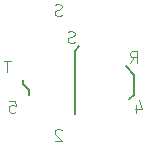
<source format=gbr>
G04 #@! TF.GenerationSoftware,KiCad,Pcbnew,(6.0.7-1)-1*
G04 #@! TF.CreationDate,2022-08-21T00:27:36+09:30*
G04 #@! TF.ProjectId,volca-trs,766f6c63-612d-4747-9273-2e6b69636164,rev?*
G04 #@! TF.SameCoordinates,Original*
G04 #@! TF.FileFunction,Legend,Bot*
G04 #@! TF.FilePolarity,Positive*
%FSLAX46Y46*%
G04 Gerber Fmt 4.6, Leading zero omitted, Abs format (unit mm)*
G04 Created by KiCad (PCBNEW (6.0.7-1)-1) date 2022-08-21 00:27:36*
%MOMM*%
%LPD*%
G01*
G04 APERTURE LIST*
%ADD10C,0.150000*%
%ADD11C,0.100000*%
G04 APERTURE END LIST*
D10*
X36100000Y-42300000D02*
X35641090Y-41841390D01*
X44989644Y-41037054D02*
X44299338Y-40346682D01*
X40000000Y-44400000D02*
X40000000Y-39000000D01*
X36100000Y-42800000D02*
X36100000Y-42300000D01*
X40000000Y-39000000D02*
X40369420Y-38628746D01*
X35641090Y-41841390D02*
X35641090Y-41456633D01*
X44628573Y-43141562D02*
X44989644Y-42777893D01*
X44989644Y-42777893D02*
X44989644Y-41037054D01*
D11*
X44690476Y-40052380D02*
X45023809Y-39576190D01*
X45261904Y-40052380D02*
X45261904Y-39052380D01*
X44880952Y-39052380D01*
X44785714Y-39100000D01*
X44738095Y-39147619D01*
X44690476Y-39242857D01*
X44690476Y-39385714D01*
X44738095Y-39480952D01*
X44785714Y-39528571D01*
X44880952Y-39576190D01*
X45261904Y-39576190D01*
X38885714Y-45747619D02*
X38838095Y-45700000D01*
X38742857Y-45652380D01*
X38504761Y-45652380D01*
X38409523Y-45700000D01*
X38361904Y-45747619D01*
X38314285Y-45842857D01*
X38314285Y-45938095D01*
X38361904Y-46080952D01*
X38933333Y-46652380D01*
X38314285Y-46652380D01*
X39985714Y-38304761D02*
X39842857Y-38352380D01*
X39604761Y-38352380D01*
X39509523Y-38304761D01*
X39461904Y-38257142D01*
X39414285Y-38161904D01*
X39414285Y-38066666D01*
X39461904Y-37971428D01*
X39509523Y-37923809D01*
X39604761Y-37876190D01*
X39795238Y-37828571D01*
X39890476Y-37780952D01*
X39938095Y-37733333D01*
X39985714Y-37638095D01*
X39985714Y-37542857D01*
X39938095Y-37447619D01*
X39890476Y-37400000D01*
X39795238Y-37352380D01*
X39557142Y-37352380D01*
X39414285Y-37400000D01*
X45209523Y-43585714D02*
X45209523Y-44252380D01*
X45447619Y-43204761D02*
X45685714Y-43919047D01*
X45066666Y-43919047D01*
X34585714Y-39852380D02*
X34014285Y-39852380D01*
X34300000Y-40852380D02*
X34300000Y-39852380D01*
X34461904Y-43252380D02*
X34938095Y-43252380D01*
X34985714Y-43728571D01*
X34938095Y-43680952D01*
X34842857Y-43633333D01*
X34604761Y-43633333D01*
X34509523Y-43680952D01*
X34461904Y-43728571D01*
X34414285Y-43823809D01*
X34414285Y-44061904D01*
X34461904Y-44157142D01*
X34509523Y-44204761D01*
X34604761Y-44252380D01*
X34842857Y-44252380D01*
X34938095Y-44204761D01*
X34985714Y-44157142D01*
X38885714Y-36004761D02*
X38742857Y-36052380D01*
X38504761Y-36052380D01*
X38409523Y-36004761D01*
X38361904Y-35957142D01*
X38314285Y-35861904D01*
X38314285Y-35766666D01*
X38361904Y-35671428D01*
X38409523Y-35623809D01*
X38504761Y-35576190D01*
X38695238Y-35528571D01*
X38790476Y-35480952D01*
X38838095Y-35433333D01*
X38885714Y-35338095D01*
X38885714Y-35242857D01*
X38838095Y-35147619D01*
X38790476Y-35100000D01*
X38695238Y-35052380D01*
X38457142Y-35052380D01*
X38314285Y-35100000D01*
M02*

</source>
